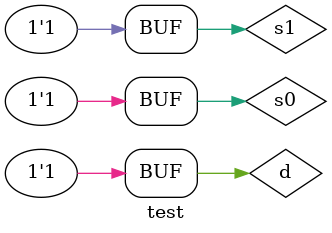
<source format=v>
module onetofour(d,s0,s1,y1,y2,y3,y4);
input d,s0,s1;
output y1,y2,y3,y4;
wire w0,w1;
assign w0=~s0;
assign w1=~s1;
assign y1=(d&w0&w1);
assign y2=(d&w0&s1);
assign y3=(d&s0&w1);
assign y4=(d&s0&s1);

endmodule

module test;
reg d,s0,s1;
wire y1,y2,y3,y4;

onetofour i(d,s0,s1,y1,y2,y3,y4);
initial begin
    d=1'b0;
    s0=1'b0;
    s1=1'b0;
    $monitor("time:%0t,s0=%b,s1=%b,d=%b,y1=%b,y2=%b,y3=%b,y4=%b",$time,s0,s1,d,y1,y2,y3,y4);
    #5 s0=1'b0; s1=1'b0; d=1'b0; 
    #5 s0=1'b0; s1=1'b0; d=1'b1; 
    #5 s0=1'b0; s1=1'b1; d=1'b0; 
    #5 s0=1'b0; s1=1'b1; d=1'b1; 
    #5 s0=1'b1; s1=1'b0; d=1'b0; 
    #5 s0=1'b1; s1=1'b0; d=1'b1; 
    #5 s0=1'b1; s1=1'b1; d=1'b0; 
    #5 s0=1'b1; s1=1'b1; d=1'b1; 
end
endmodule
</source>
